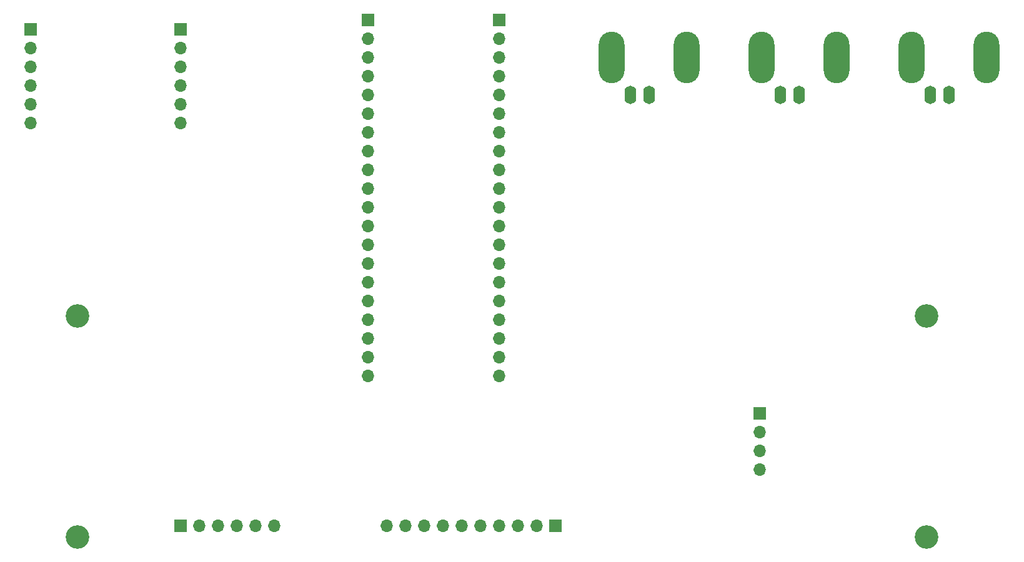
<source format=gbr>
%TF.GenerationSoftware,KiCad,Pcbnew,(5.1.10)-1*%
%TF.CreationDate,2021-07-05T10:54:25-04:00*%
%TF.ProjectId,PID-controller-pcb,5049442d-636f-46e7-9472-6f6c6c65722d,rev?*%
%TF.SameCoordinates,Original*%
%TF.FileFunction,Soldermask,Bot*%
%TF.FilePolarity,Negative*%
%FSLAX46Y46*%
G04 Gerber Fmt 4.6, Leading zero omitted, Abs format (unit mm)*
G04 Created by KiCad (PCBNEW (5.1.10)-1) date 2021-07-05 10:54:25*
%MOMM*%
%LPD*%
G01*
G04 APERTURE LIST*
%ADD10C,3.200000*%
%ADD11O,1.600000X2.500000*%
%ADD12O,3.500000X7.000000*%
%ADD13O,1.700000X1.700000*%
%ADD14R,1.700000X1.700000*%
G04 APERTURE END LIST*
D10*
%TO.C,REF\u002A\u002A*%
X142240000Y-119634000D03*
%TD*%
%TO.C,REF\u002A\u002A*%
X257302000Y-119634000D03*
%TD*%
%TO.C,REF\u002A\u002A*%
X142240000Y-89662000D03*
%TD*%
%TO.C,REF\u002A\u002A*%
X257302000Y-89662000D03*
%TD*%
D11*
%TO.C,ThermInBNC*%
X257810000Y-59690000D03*
X260350000Y-59690000D03*
D12*
X265430000Y-54610000D03*
X255270000Y-54610000D03*
%TD*%
D11*
%TO.C,CurrInBNC*%
X237490000Y-59690000D03*
X240030000Y-59690000D03*
D12*
X245110000Y-54610000D03*
X234950000Y-54610000D03*
%TD*%
D11*
%TO.C,CurrOutBNC*%
X217170000Y-59690000D03*
X219710000Y-59690000D03*
D12*
X224790000Y-54610000D03*
X214630000Y-54610000D03*
%TD*%
D13*
%TO.C,QWIIK LCD*%
X234696000Y-110490000D03*
X234696000Y-107950000D03*
X234696000Y-105410000D03*
D14*
X234696000Y-102870000D03*
%TD*%
D13*
%TO.C,Pico2*%
X199390000Y-97790000D03*
X199390000Y-95250000D03*
X199390000Y-92710000D03*
X199390000Y-90170000D03*
X199390000Y-87630000D03*
X199390000Y-85090000D03*
X199390000Y-82550000D03*
X199390000Y-80010000D03*
X199390000Y-77470000D03*
X199390000Y-74930000D03*
X199390000Y-72390000D03*
X199390000Y-69850000D03*
X199390000Y-67310000D03*
X199390000Y-64770000D03*
X199390000Y-62230000D03*
X199390000Y-59690000D03*
X199390000Y-57150000D03*
X199390000Y-54610000D03*
X199390000Y-52070000D03*
D14*
X199390000Y-49530000D03*
%TD*%
D13*
%TO.C,Pico1*%
X181610000Y-97790000D03*
X181610000Y-95250000D03*
X181610000Y-92710000D03*
X181610000Y-90170000D03*
X181610000Y-87630000D03*
X181610000Y-85090000D03*
X181610000Y-82550000D03*
X181610000Y-80010000D03*
X181610000Y-77470000D03*
X181610000Y-74930000D03*
X181610000Y-72390000D03*
X181610000Y-69850000D03*
X181610000Y-67310000D03*
X181610000Y-64770000D03*
X181610000Y-62230000D03*
X181610000Y-59690000D03*
X181610000Y-57150000D03*
X181610000Y-54610000D03*
X181610000Y-52070000D03*
D14*
X181610000Y-49530000D03*
%TD*%
D13*
%TO.C,ETH2*%
X156210000Y-63500000D03*
X156210000Y-60960000D03*
X156210000Y-58420000D03*
X156210000Y-55880000D03*
X156210000Y-53340000D03*
D14*
X156210000Y-50800000D03*
%TD*%
D13*
%TO.C,ETH1*%
X135890000Y-63500000D03*
X135890000Y-60960000D03*
X135890000Y-58420000D03*
X135890000Y-55880000D03*
X135890000Y-53340000D03*
D14*
X135890000Y-50800000D03*
%TD*%
D13*
%TO.C,ADS*%
X184150000Y-118110000D03*
X186690000Y-118110000D03*
X189230000Y-118110000D03*
X191770000Y-118110000D03*
X194310000Y-118110000D03*
X196850000Y-118110000D03*
X199390000Y-118110000D03*
X201930000Y-118110000D03*
X204470000Y-118110000D03*
D14*
X207010000Y-118110000D03*
%TD*%
D13*
%TO.C,DAC*%
X168910000Y-118110000D03*
X166370000Y-118110000D03*
X163830000Y-118110000D03*
X161290000Y-118110000D03*
X158750000Y-118110000D03*
D14*
X156210000Y-118110000D03*
%TD*%
M02*

</source>
